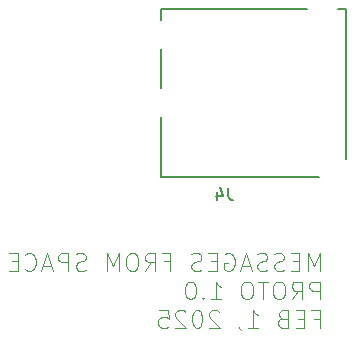
<source format=gbr>
%TF.GenerationSoftware,KiCad,Pcbnew,8.0.4*%
%TF.CreationDate,2025-01-31T21:40:56-05:00*%
%TF.ProjectId,Radiation,52616469-6174-4696-9f6e-2e6b69636164,rev?*%
%TF.SameCoordinates,Original*%
%TF.FileFunction,Legend,Bot*%
%TF.FilePolarity,Positive*%
%FSLAX46Y46*%
G04 Gerber Fmt 4.6, Leading zero omitted, Abs format (unit mm)*
G04 Created by KiCad (PCBNEW 8.0.4) date 2025-01-31 21:40:56*
%MOMM*%
%LPD*%
G01*
G04 APERTURE LIST*
%ADD10C,0.100000*%
%ADD11C,0.150000*%
%ADD12C,0.152400*%
G04 APERTURE END LIST*
D10*
X135777068Y-124481396D02*
X135777068Y-122981396D01*
X135777068Y-122981396D02*
X135277068Y-124052825D01*
X135277068Y-124052825D02*
X134777068Y-122981396D01*
X134777068Y-122981396D02*
X134777068Y-124481396D01*
X134062782Y-123695682D02*
X133562782Y-123695682D01*
X133348496Y-124481396D02*
X134062782Y-124481396D01*
X134062782Y-124481396D02*
X134062782Y-122981396D01*
X134062782Y-122981396D02*
X133348496Y-122981396D01*
X132777067Y-124409968D02*
X132562782Y-124481396D01*
X132562782Y-124481396D02*
X132205639Y-124481396D01*
X132205639Y-124481396D02*
X132062782Y-124409968D01*
X132062782Y-124409968D02*
X131991353Y-124338539D01*
X131991353Y-124338539D02*
X131919924Y-124195682D01*
X131919924Y-124195682D02*
X131919924Y-124052825D01*
X131919924Y-124052825D02*
X131991353Y-123909968D01*
X131991353Y-123909968D02*
X132062782Y-123838539D01*
X132062782Y-123838539D02*
X132205639Y-123767110D01*
X132205639Y-123767110D02*
X132491353Y-123695682D01*
X132491353Y-123695682D02*
X132634210Y-123624253D01*
X132634210Y-123624253D02*
X132705639Y-123552825D01*
X132705639Y-123552825D02*
X132777067Y-123409968D01*
X132777067Y-123409968D02*
X132777067Y-123267110D01*
X132777067Y-123267110D02*
X132705639Y-123124253D01*
X132705639Y-123124253D02*
X132634210Y-123052825D01*
X132634210Y-123052825D02*
X132491353Y-122981396D01*
X132491353Y-122981396D02*
X132134210Y-122981396D01*
X132134210Y-122981396D02*
X131919924Y-123052825D01*
X131348496Y-124409968D02*
X131134211Y-124481396D01*
X131134211Y-124481396D02*
X130777068Y-124481396D01*
X130777068Y-124481396D02*
X130634211Y-124409968D01*
X130634211Y-124409968D02*
X130562782Y-124338539D01*
X130562782Y-124338539D02*
X130491353Y-124195682D01*
X130491353Y-124195682D02*
X130491353Y-124052825D01*
X130491353Y-124052825D02*
X130562782Y-123909968D01*
X130562782Y-123909968D02*
X130634211Y-123838539D01*
X130634211Y-123838539D02*
X130777068Y-123767110D01*
X130777068Y-123767110D02*
X131062782Y-123695682D01*
X131062782Y-123695682D02*
X131205639Y-123624253D01*
X131205639Y-123624253D02*
X131277068Y-123552825D01*
X131277068Y-123552825D02*
X131348496Y-123409968D01*
X131348496Y-123409968D02*
X131348496Y-123267110D01*
X131348496Y-123267110D02*
X131277068Y-123124253D01*
X131277068Y-123124253D02*
X131205639Y-123052825D01*
X131205639Y-123052825D02*
X131062782Y-122981396D01*
X131062782Y-122981396D02*
X130705639Y-122981396D01*
X130705639Y-122981396D02*
X130491353Y-123052825D01*
X129919925Y-124052825D02*
X129205640Y-124052825D01*
X130062782Y-124481396D02*
X129562782Y-122981396D01*
X129562782Y-122981396D02*
X129062782Y-124481396D01*
X127777068Y-123052825D02*
X127919926Y-122981396D01*
X127919926Y-122981396D02*
X128134211Y-122981396D01*
X128134211Y-122981396D02*
X128348497Y-123052825D01*
X128348497Y-123052825D02*
X128491354Y-123195682D01*
X128491354Y-123195682D02*
X128562783Y-123338539D01*
X128562783Y-123338539D02*
X128634211Y-123624253D01*
X128634211Y-123624253D02*
X128634211Y-123838539D01*
X128634211Y-123838539D02*
X128562783Y-124124253D01*
X128562783Y-124124253D02*
X128491354Y-124267110D01*
X128491354Y-124267110D02*
X128348497Y-124409968D01*
X128348497Y-124409968D02*
X128134211Y-124481396D01*
X128134211Y-124481396D02*
X127991354Y-124481396D01*
X127991354Y-124481396D02*
X127777068Y-124409968D01*
X127777068Y-124409968D02*
X127705640Y-124338539D01*
X127705640Y-124338539D02*
X127705640Y-123838539D01*
X127705640Y-123838539D02*
X127991354Y-123838539D01*
X127062783Y-123695682D02*
X126562783Y-123695682D01*
X126348497Y-124481396D02*
X127062783Y-124481396D01*
X127062783Y-124481396D02*
X127062783Y-122981396D01*
X127062783Y-122981396D02*
X126348497Y-122981396D01*
X125777068Y-124409968D02*
X125562783Y-124481396D01*
X125562783Y-124481396D02*
X125205640Y-124481396D01*
X125205640Y-124481396D02*
X125062783Y-124409968D01*
X125062783Y-124409968D02*
X124991354Y-124338539D01*
X124991354Y-124338539D02*
X124919925Y-124195682D01*
X124919925Y-124195682D02*
X124919925Y-124052825D01*
X124919925Y-124052825D02*
X124991354Y-123909968D01*
X124991354Y-123909968D02*
X125062783Y-123838539D01*
X125062783Y-123838539D02*
X125205640Y-123767110D01*
X125205640Y-123767110D02*
X125491354Y-123695682D01*
X125491354Y-123695682D02*
X125634211Y-123624253D01*
X125634211Y-123624253D02*
X125705640Y-123552825D01*
X125705640Y-123552825D02*
X125777068Y-123409968D01*
X125777068Y-123409968D02*
X125777068Y-123267110D01*
X125777068Y-123267110D02*
X125705640Y-123124253D01*
X125705640Y-123124253D02*
X125634211Y-123052825D01*
X125634211Y-123052825D02*
X125491354Y-122981396D01*
X125491354Y-122981396D02*
X125134211Y-122981396D01*
X125134211Y-122981396D02*
X124919925Y-123052825D01*
X122634212Y-123695682D02*
X123134212Y-123695682D01*
X123134212Y-124481396D02*
X123134212Y-122981396D01*
X123134212Y-122981396D02*
X122419926Y-122981396D01*
X120991355Y-124481396D02*
X121491355Y-123767110D01*
X121848498Y-124481396D02*
X121848498Y-122981396D01*
X121848498Y-122981396D02*
X121277069Y-122981396D01*
X121277069Y-122981396D02*
X121134212Y-123052825D01*
X121134212Y-123052825D02*
X121062783Y-123124253D01*
X121062783Y-123124253D02*
X120991355Y-123267110D01*
X120991355Y-123267110D02*
X120991355Y-123481396D01*
X120991355Y-123481396D02*
X121062783Y-123624253D01*
X121062783Y-123624253D02*
X121134212Y-123695682D01*
X121134212Y-123695682D02*
X121277069Y-123767110D01*
X121277069Y-123767110D02*
X121848498Y-123767110D01*
X120062783Y-122981396D02*
X119777069Y-122981396D01*
X119777069Y-122981396D02*
X119634212Y-123052825D01*
X119634212Y-123052825D02*
X119491355Y-123195682D01*
X119491355Y-123195682D02*
X119419926Y-123481396D01*
X119419926Y-123481396D02*
X119419926Y-123981396D01*
X119419926Y-123981396D02*
X119491355Y-124267110D01*
X119491355Y-124267110D02*
X119634212Y-124409968D01*
X119634212Y-124409968D02*
X119777069Y-124481396D01*
X119777069Y-124481396D02*
X120062783Y-124481396D01*
X120062783Y-124481396D02*
X120205641Y-124409968D01*
X120205641Y-124409968D02*
X120348498Y-124267110D01*
X120348498Y-124267110D02*
X120419926Y-123981396D01*
X120419926Y-123981396D02*
X120419926Y-123481396D01*
X120419926Y-123481396D02*
X120348498Y-123195682D01*
X120348498Y-123195682D02*
X120205641Y-123052825D01*
X120205641Y-123052825D02*
X120062783Y-122981396D01*
X118777069Y-124481396D02*
X118777069Y-122981396D01*
X118777069Y-122981396D02*
X118277069Y-124052825D01*
X118277069Y-124052825D02*
X117777069Y-122981396D01*
X117777069Y-122981396D02*
X117777069Y-124481396D01*
X115991354Y-124409968D02*
X115777069Y-124481396D01*
X115777069Y-124481396D02*
X115419926Y-124481396D01*
X115419926Y-124481396D02*
X115277069Y-124409968D01*
X115277069Y-124409968D02*
X115205640Y-124338539D01*
X115205640Y-124338539D02*
X115134211Y-124195682D01*
X115134211Y-124195682D02*
X115134211Y-124052825D01*
X115134211Y-124052825D02*
X115205640Y-123909968D01*
X115205640Y-123909968D02*
X115277069Y-123838539D01*
X115277069Y-123838539D02*
X115419926Y-123767110D01*
X115419926Y-123767110D02*
X115705640Y-123695682D01*
X115705640Y-123695682D02*
X115848497Y-123624253D01*
X115848497Y-123624253D02*
X115919926Y-123552825D01*
X115919926Y-123552825D02*
X115991354Y-123409968D01*
X115991354Y-123409968D02*
X115991354Y-123267110D01*
X115991354Y-123267110D02*
X115919926Y-123124253D01*
X115919926Y-123124253D02*
X115848497Y-123052825D01*
X115848497Y-123052825D02*
X115705640Y-122981396D01*
X115705640Y-122981396D02*
X115348497Y-122981396D01*
X115348497Y-122981396D02*
X115134211Y-123052825D01*
X114491355Y-124481396D02*
X114491355Y-122981396D01*
X114491355Y-122981396D02*
X113919926Y-122981396D01*
X113919926Y-122981396D02*
X113777069Y-123052825D01*
X113777069Y-123052825D02*
X113705640Y-123124253D01*
X113705640Y-123124253D02*
X113634212Y-123267110D01*
X113634212Y-123267110D02*
X113634212Y-123481396D01*
X113634212Y-123481396D02*
X113705640Y-123624253D01*
X113705640Y-123624253D02*
X113777069Y-123695682D01*
X113777069Y-123695682D02*
X113919926Y-123767110D01*
X113919926Y-123767110D02*
X114491355Y-123767110D01*
X113062783Y-124052825D02*
X112348498Y-124052825D01*
X113205640Y-124481396D02*
X112705640Y-122981396D01*
X112705640Y-122981396D02*
X112205640Y-124481396D01*
X110848498Y-124338539D02*
X110919926Y-124409968D01*
X110919926Y-124409968D02*
X111134212Y-124481396D01*
X111134212Y-124481396D02*
X111277069Y-124481396D01*
X111277069Y-124481396D02*
X111491355Y-124409968D01*
X111491355Y-124409968D02*
X111634212Y-124267110D01*
X111634212Y-124267110D02*
X111705641Y-124124253D01*
X111705641Y-124124253D02*
X111777069Y-123838539D01*
X111777069Y-123838539D02*
X111777069Y-123624253D01*
X111777069Y-123624253D02*
X111705641Y-123338539D01*
X111705641Y-123338539D02*
X111634212Y-123195682D01*
X111634212Y-123195682D02*
X111491355Y-123052825D01*
X111491355Y-123052825D02*
X111277069Y-122981396D01*
X111277069Y-122981396D02*
X111134212Y-122981396D01*
X111134212Y-122981396D02*
X110919926Y-123052825D01*
X110919926Y-123052825D02*
X110848498Y-123124253D01*
X110205641Y-123695682D02*
X109705641Y-123695682D01*
X109491355Y-124481396D02*
X110205641Y-124481396D01*
X110205641Y-124481396D02*
X110205641Y-122981396D01*
X110205641Y-122981396D02*
X109491355Y-122981396D01*
X135777068Y-126896312D02*
X135777068Y-125396312D01*
X135777068Y-125396312D02*
X135205639Y-125396312D01*
X135205639Y-125396312D02*
X135062782Y-125467741D01*
X135062782Y-125467741D02*
X134991353Y-125539169D01*
X134991353Y-125539169D02*
X134919925Y-125682026D01*
X134919925Y-125682026D02*
X134919925Y-125896312D01*
X134919925Y-125896312D02*
X134991353Y-126039169D01*
X134991353Y-126039169D02*
X135062782Y-126110598D01*
X135062782Y-126110598D02*
X135205639Y-126182026D01*
X135205639Y-126182026D02*
X135777068Y-126182026D01*
X133419925Y-126896312D02*
X133919925Y-126182026D01*
X134277068Y-126896312D02*
X134277068Y-125396312D01*
X134277068Y-125396312D02*
X133705639Y-125396312D01*
X133705639Y-125396312D02*
X133562782Y-125467741D01*
X133562782Y-125467741D02*
X133491353Y-125539169D01*
X133491353Y-125539169D02*
X133419925Y-125682026D01*
X133419925Y-125682026D02*
X133419925Y-125896312D01*
X133419925Y-125896312D02*
X133491353Y-126039169D01*
X133491353Y-126039169D02*
X133562782Y-126110598D01*
X133562782Y-126110598D02*
X133705639Y-126182026D01*
X133705639Y-126182026D02*
X134277068Y-126182026D01*
X132491353Y-125396312D02*
X132205639Y-125396312D01*
X132205639Y-125396312D02*
X132062782Y-125467741D01*
X132062782Y-125467741D02*
X131919925Y-125610598D01*
X131919925Y-125610598D02*
X131848496Y-125896312D01*
X131848496Y-125896312D02*
X131848496Y-126396312D01*
X131848496Y-126396312D02*
X131919925Y-126682026D01*
X131919925Y-126682026D02*
X132062782Y-126824884D01*
X132062782Y-126824884D02*
X132205639Y-126896312D01*
X132205639Y-126896312D02*
X132491353Y-126896312D01*
X132491353Y-126896312D02*
X132634211Y-126824884D01*
X132634211Y-126824884D02*
X132777068Y-126682026D01*
X132777068Y-126682026D02*
X132848496Y-126396312D01*
X132848496Y-126396312D02*
X132848496Y-125896312D01*
X132848496Y-125896312D02*
X132777068Y-125610598D01*
X132777068Y-125610598D02*
X132634211Y-125467741D01*
X132634211Y-125467741D02*
X132491353Y-125396312D01*
X131419924Y-125396312D02*
X130562782Y-125396312D01*
X130991353Y-126896312D02*
X130991353Y-125396312D01*
X129777067Y-125396312D02*
X129491353Y-125396312D01*
X129491353Y-125396312D02*
X129348496Y-125467741D01*
X129348496Y-125467741D02*
X129205639Y-125610598D01*
X129205639Y-125610598D02*
X129134210Y-125896312D01*
X129134210Y-125896312D02*
X129134210Y-126396312D01*
X129134210Y-126396312D02*
X129205639Y-126682026D01*
X129205639Y-126682026D02*
X129348496Y-126824884D01*
X129348496Y-126824884D02*
X129491353Y-126896312D01*
X129491353Y-126896312D02*
X129777067Y-126896312D01*
X129777067Y-126896312D02*
X129919925Y-126824884D01*
X129919925Y-126824884D02*
X130062782Y-126682026D01*
X130062782Y-126682026D02*
X130134210Y-126396312D01*
X130134210Y-126396312D02*
X130134210Y-125896312D01*
X130134210Y-125896312D02*
X130062782Y-125610598D01*
X130062782Y-125610598D02*
X129919925Y-125467741D01*
X129919925Y-125467741D02*
X129777067Y-125396312D01*
X126562781Y-126896312D02*
X127419924Y-126896312D01*
X126991353Y-126896312D02*
X126991353Y-125396312D01*
X126991353Y-125396312D02*
X127134210Y-125610598D01*
X127134210Y-125610598D02*
X127277067Y-125753455D01*
X127277067Y-125753455D02*
X127419924Y-125824884D01*
X125919925Y-126753455D02*
X125848496Y-126824884D01*
X125848496Y-126824884D02*
X125919925Y-126896312D01*
X125919925Y-126896312D02*
X125991353Y-126824884D01*
X125991353Y-126824884D02*
X125919925Y-126753455D01*
X125919925Y-126753455D02*
X125919925Y-126896312D01*
X124919924Y-125396312D02*
X124777067Y-125396312D01*
X124777067Y-125396312D02*
X124634210Y-125467741D01*
X124634210Y-125467741D02*
X124562782Y-125539169D01*
X124562782Y-125539169D02*
X124491353Y-125682026D01*
X124491353Y-125682026D02*
X124419924Y-125967741D01*
X124419924Y-125967741D02*
X124419924Y-126324884D01*
X124419924Y-126324884D02*
X124491353Y-126610598D01*
X124491353Y-126610598D02*
X124562782Y-126753455D01*
X124562782Y-126753455D02*
X124634210Y-126824884D01*
X124634210Y-126824884D02*
X124777067Y-126896312D01*
X124777067Y-126896312D02*
X124919924Y-126896312D01*
X124919924Y-126896312D02*
X125062782Y-126824884D01*
X125062782Y-126824884D02*
X125134210Y-126753455D01*
X125134210Y-126753455D02*
X125205639Y-126610598D01*
X125205639Y-126610598D02*
X125277067Y-126324884D01*
X125277067Y-126324884D02*
X125277067Y-125967741D01*
X125277067Y-125967741D02*
X125205639Y-125682026D01*
X125205639Y-125682026D02*
X125134210Y-125539169D01*
X125134210Y-125539169D02*
X125062782Y-125467741D01*
X125062782Y-125467741D02*
X124919924Y-125396312D01*
X135277068Y-128525514D02*
X135777068Y-128525514D01*
X135777068Y-129311228D02*
X135777068Y-127811228D01*
X135777068Y-127811228D02*
X135062782Y-127811228D01*
X134491354Y-128525514D02*
X133991354Y-128525514D01*
X133777068Y-129311228D02*
X134491354Y-129311228D01*
X134491354Y-129311228D02*
X134491354Y-127811228D01*
X134491354Y-127811228D02*
X133777068Y-127811228D01*
X132634211Y-128525514D02*
X132419925Y-128596942D01*
X132419925Y-128596942D02*
X132348496Y-128668371D01*
X132348496Y-128668371D02*
X132277068Y-128811228D01*
X132277068Y-128811228D02*
X132277068Y-129025514D01*
X132277068Y-129025514D02*
X132348496Y-129168371D01*
X132348496Y-129168371D02*
X132419925Y-129239800D01*
X132419925Y-129239800D02*
X132562782Y-129311228D01*
X132562782Y-129311228D02*
X133134211Y-129311228D01*
X133134211Y-129311228D02*
X133134211Y-127811228D01*
X133134211Y-127811228D02*
X132634211Y-127811228D01*
X132634211Y-127811228D02*
X132491354Y-127882657D01*
X132491354Y-127882657D02*
X132419925Y-127954085D01*
X132419925Y-127954085D02*
X132348496Y-128096942D01*
X132348496Y-128096942D02*
X132348496Y-128239800D01*
X132348496Y-128239800D02*
X132419925Y-128382657D01*
X132419925Y-128382657D02*
X132491354Y-128454085D01*
X132491354Y-128454085D02*
X132634211Y-128525514D01*
X132634211Y-128525514D02*
X133134211Y-128525514D01*
X129705639Y-129311228D02*
X130562782Y-129311228D01*
X130134211Y-129311228D02*
X130134211Y-127811228D01*
X130134211Y-127811228D02*
X130277068Y-128025514D01*
X130277068Y-128025514D02*
X130419925Y-128168371D01*
X130419925Y-128168371D02*
X130562782Y-128239800D01*
X128991354Y-129239800D02*
X128991354Y-129311228D01*
X128991354Y-129311228D02*
X129062783Y-129454085D01*
X129062783Y-129454085D02*
X129134211Y-129525514D01*
X127277068Y-127954085D02*
X127205640Y-127882657D01*
X127205640Y-127882657D02*
X127062783Y-127811228D01*
X127062783Y-127811228D02*
X126705640Y-127811228D01*
X126705640Y-127811228D02*
X126562783Y-127882657D01*
X126562783Y-127882657D02*
X126491354Y-127954085D01*
X126491354Y-127954085D02*
X126419925Y-128096942D01*
X126419925Y-128096942D02*
X126419925Y-128239800D01*
X126419925Y-128239800D02*
X126491354Y-128454085D01*
X126491354Y-128454085D02*
X127348497Y-129311228D01*
X127348497Y-129311228D02*
X126419925Y-129311228D01*
X125491354Y-127811228D02*
X125348497Y-127811228D01*
X125348497Y-127811228D02*
X125205640Y-127882657D01*
X125205640Y-127882657D02*
X125134212Y-127954085D01*
X125134212Y-127954085D02*
X125062783Y-128096942D01*
X125062783Y-128096942D02*
X124991354Y-128382657D01*
X124991354Y-128382657D02*
X124991354Y-128739800D01*
X124991354Y-128739800D02*
X125062783Y-129025514D01*
X125062783Y-129025514D02*
X125134212Y-129168371D01*
X125134212Y-129168371D02*
X125205640Y-129239800D01*
X125205640Y-129239800D02*
X125348497Y-129311228D01*
X125348497Y-129311228D02*
X125491354Y-129311228D01*
X125491354Y-129311228D02*
X125634212Y-129239800D01*
X125634212Y-129239800D02*
X125705640Y-129168371D01*
X125705640Y-129168371D02*
X125777069Y-129025514D01*
X125777069Y-129025514D02*
X125848497Y-128739800D01*
X125848497Y-128739800D02*
X125848497Y-128382657D01*
X125848497Y-128382657D02*
X125777069Y-128096942D01*
X125777069Y-128096942D02*
X125705640Y-127954085D01*
X125705640Y-127954085D02*
X125634212Y-127882657D01*
X125634212Y-127882657D02*
X125491354Y-127811228D01*
X124419926Y-127954085D02*
X124348498Y-127882657D01*
X124348498Y-127882657D02*
X124205641Y-127811228D01*
X124205641Y-127811228D02*
X123848498Y-127811228D01*
X123848498Y-127811228D02*
X123705641Y-127882657D01*
X123705641Y-127882657D02*
X123634212Y-127954085D01*
X123634212Y-127954085D02*
X123562783Y-128096942D01*
X123562783Y-128096942D02*
X123562783Y-128239800D01*
X123562783Y-128239800D02*
X123634212Y-128454085D01*
X123634212Y-128454085D02*
X124491355Y-129311228D01*
X124491355Y-129311228D02*
X123562783Y-129311228D01*
X122205641Y-127811228D02*
X122919927Y-127811228D01*
X122919927Y-127811228D02*
X122991355Y-128525514D01*
X122991355Y-128525514D02*
X122919927Y-128454085D01*
X122919927Y-128454085D02*
X122777070Y-128382657D01*
X122777070Y-128382657D02*
X122419927Y-128382657D01*
X122419927Y-128382657D02*
X122277070Y-128454085D01*
X122277070Y-128454085D02*
X122205641Y-128525514D01*
X122205641Y-128525514D02*
X122134212Y-128668371D01*
X122134212Y-128668371D02*
X122134212Y-129025514D01*
X122134212Y-129025514D02*
X122205641Y-129168371D01*
X122205641Y-129168371D02*
X122277070Y-129239800D01*
X122277070Y-129239800D02*
X122419927Y-129311228D01*
X122419927Y-129311228D02*
X122777070Y-129311228D01*
X122777070Y-129311228D02*
X122919927Y-129239800D01*
X122919927Y-129239800D02*
X122991355Y-129168371D01*
D11*
X128033333Y-117454819D02*
X128033333Y-118169104D01*
X128033333Y-118169104D02*
X128080952Y-118311961D01*
X128080952Y-118311961D02*
X128176190Y-118407200D01*
X128176190Y-118407200D02*
X128319047Y-118454819D01*
X128319047Y-118454819D02*
X128414285Y-118454819D01*
X127128571Y-117788152D02*
X127128571Y-118454819D01*
X127366666Y-117407200D02*
X127604761Y-118121485D01*
X127604761Y-118121485D02*
X126985714Y-118121485D01*
D12*
%TO.C,J4*%
X138048600Y-102335299D02*
X137313641Y-102335299D01*
X138048600Y-115035721D02*
X138048600Y-102335299D01*
X122351400Y-116584699D02*
X135743161Y-116584699D01*
X122351400Y-111444440D02*
X122351400Y-116584699D01*
X134743161Y-102335299D02*
X122351400Y-102335299D01*
X122351400Y-105744439D02*
X122351400Y-108975560D01*
X122351400Y-102335299D02*
X122351400Y-103275559D01*
%TD*%
M02*

</source>
